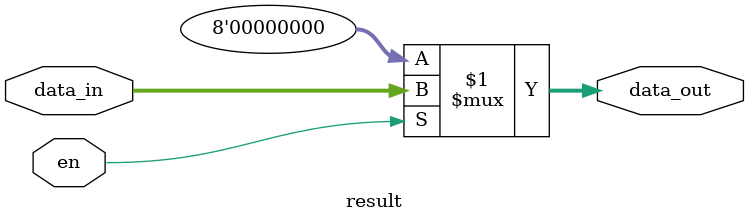
<source format=v>
module result(
  input en,
  input [7:0]data_in,
  output [7:0]data_out
);
  assign data_out=en?data_in:8'b0;
endmodule

</source>
